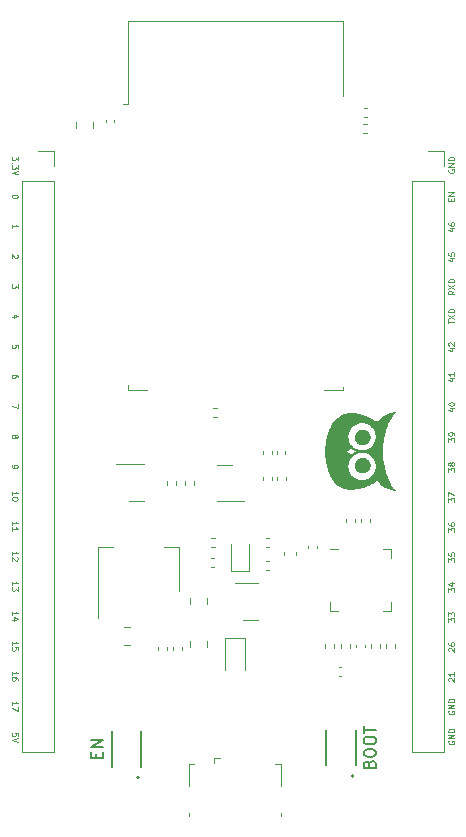
<source format=gbr>
%TF.GenerationSoftware,KiCad,Pcbnew,7.0.2*%
%TF.CreationDate,2023-06-11T23:23:12-04:00*%
%TF.ProjectId,SoftProject,536f6674-5072-46f6-9a65-63742e6b6963,rev?*%
%TF.SameCoordinates,Original*%
%TF.FileFunction,Legend,Top*%
%TF.FilePolarity,Positive*%
%FSLAX46Y46*%
G04 Gerber Fmt 4.6, Leading zero omitted, Abs format (unit mm)*
G04 Created by KiCad (PCBNEW 7.0.2) date 2023-06-11 23:23:12*
%MOMM*%
%LPD*%
G01*
G04 APERTURE LIST*
%ADD10C,0.125000*%
%ADD11C,0.200000*%
%ADD12C,0.120000*%
G04 APERTURE END LIST*
D10*
X112889476Y-70786666D02*
X113222809Y-70786666D01*
X112699000Y-70905714D02*
X113056142Y-71024761D01*
X113056142Y-71024761D02*
X113056142Y-70715238D01*
X112722809Y-70286667D02*
X112722809Y-70524762D01*
X112722809Y-70524762D02*
X112960904Y-70548571D01*
X112960904Y-70548571D02*
X112937095Y-70524762D01*
X112937095Y-70524762D02*
X112913285Y-70477143D01*
X112913285Y-70477143D02*
X112913285Y-70358095D01*
X112913285Y-70358095D02*
X112937095Y-70310476D01*
X112937095Y-70310476D02*
X112960904Y-70286667D01*
X112960904Y-70286667D02*
X113008523Y-70262857D01*
X113008523Y-70262857D02*
X113127571Y-70262857D01*
X113127571Y-70262857D02*
X113175190Y-70286667D01*
X113175190Y-70286667D02*
X113199000Y-70310476D01*
X113199000Y-70310476D02*
X113222809Y-70358095D01*
X113222809Y-70358095D02*
X113222809Y-70477143D01*
X113222809Y-70477143D02*
X113199000Y-70524762D01*
X113199000Y-70524762D02*
X113175190Y-70548571D01*
X76253190Y-78335142D02*
X76253190Y-78097047D01*
X76253190Y-78097047D02*
X76015095Y-78073238D01*
X76015095Y-78073238D02*
X76038904Y-78097047D01*
X76038904Y-78097047D02*
X76062714Y-78144666D01*
X76062714Y-78144666D02*
X76062714Y-78263714D01*
X76062714Y-78263714D02*
X76038904Y-78311333D01*
X76038904Y-78311333D02*
X76015095Y-78335142D01*
X76015095Y-78335142D02*
X75967476Y-78358952D01*
X75967476Y-78358952D02*
X75848428Y-78358952D01*
X75848428Y-78358952D02*
X75800809Y-78335142D01*
X75800809Y-78335142D02*
X75777000Y-78311333D01*
X75777000Y-78311333D02*
X75753190Y-78263714D01*
X75753190Y-78263714D02*
X75753190Y-78144666D01*
X75753190Y-78144666D02*
X75777000Y-78097047D01*
X75777000Y-78097047D02*
X75800809Y-78073238D01*
X76253190Y-83129428D02*
X76253190Y-83462761D01*
X76253190Y-83462761D02*
X75753190Y-83248476D01*
X112722809Y-88828571D02*
X112722809Y-88519047D01*
X112722809Y-88519047D02*
X112913285Y-88685714D01*
X112913285Y-88685714D02*
X112913285Y-88614285D01*
X112913285Y-88614285D02*
X112937095Y-88566666D01*
X112937095Y-88566666D02*
X112960904Y-88542857D01*
X112960904Y-88542857D02*
X113008523Y-88519047D01*
X113008523Y-88519047D02*
X113127571Y-88519047D01*
X113127571Y-88519047D02*
X113175190Y-88542857D01*
X113175190Y-88542857D02*
X113199000Y-88566666D01*
X113199000Y-88566666D02*
X113222809Y-88614285D01*
X113222809Y-88614285D02*
X113222809Y-88757142D01*
X113222809Y-88757142D02*
X113199000Y-88804761D01*
X113199000Y-88804761D02*
X113175190Y-88828571D01*
X112937095Y-88233333D02*
X112913285Y-88280952D01*
X112913285Y-88280952D02*
X112889476Y-88304762D01*
X112889476Y-88304762D02*
X112841857Y-88328571D01*
X112841857Y-88328571D02*
X112818047Y-88328571D01*
X112818047Y-88328571D02*
X112770428Y-88304762D01*
X112770428Y-88304762D02*
X112746619Y-88280952D01*
X112746619Y-88280952D02*
X112722809Y-88233333D01*
X112722809Y-88233333D02*
X112722809Y-88138095D01*
X112722809Y-88138095D02*
X112746619Y-88090476D01*
X112746619Y-88090476D02*
X112770428Y-88066667D01*
X112770428Y-88066667D02*
X112818047Y-88042857D01*
X112818047Y-88042857D02*
X112841857Y-88042857D01*
X112841857Y-88042857D02*
X112889476Y-88066667D01*
X112889476Y-88066667D02*
X112913285Y-88090476D01*
X112913285Y-88090476D02*
X112937095Y-88138095D01*
X112937095Y-88138095D02*
X112937095Y-88233333D01*
X112937095Y-88233333D02*
X112960904Y-88280952D01*
X112960904Y-88280952D02*
X112984714Y-88304762D01*
X112984714Y-88304762D02*
X113032333Y-88328571D01*
X113032333Y-88328571D02*
X113127571Y-88328571D01*
X113127571Y-88328571D02*
X113175190Y-88304762D01*
X113175190Y-88304762D02*
X113199000Y-88280952D01*
X113199000Y-88280952D02*
X113222809Y-88233333D01*
X113222809Y-88233333D02*
X113222809Y-88138095D01*
X113222809Y-88138095D02*
X113199000Y-88090476D01*
X113199000Y-88090476D02*
X113175190Y-88066667D01*
X113175190Y-88066667D02*
X113127571Y-88042857D01*
X113127571Y-88042857D02*
X113032333Y-88042857D01*
X113032333Y-88042857D02*
X112984714Y-88066667D01*
X112984714Y-88066667D02*
X112960904Y-88090476D01*
X112960904Y-88090476D02*
X112937095Y-88138095D01*
X75753190Y-108584952D02*
X75753190Y-108299238D01*
X75753190Y-108442095D02*
X76253190Y-108442095D01*
X76253190Y-108442095D02*
X76181761Y-108394476D01*
X76181761Y-108394476D02*
X76134142Y-108346857D01*
X76134142Y-108346857D02*
X76110333Y-108299238D01*
X76253190Y-108751618D02*
X76253190Y-109084951D01*
X76253190Y-109084951D02*
X75753190Y-108870666D01*
X76205571Y-70453238D02*
X76229380Y-70477047D01*
X76229380Y-70477047D02*
X76253190Y-70524666D01*
X76253190Y-70524666D02*
X76253190Y-70643714D01*
X76253190Y-70643714D02*
X76229380Y-70691333D01*
X76229380Y-70691333D02*
X76205571Y-70715142D01*
X76205571Y-70715142D02*
X76157952Y-70738952D01*
X76157952Y-70738952D02*
X76110333Y-70738952D01*
X76110333Y-70738952D02*
X76038904Y-70715142D01*
X76038904Y-70715142D02*
X75753190Y-70429428D01*
X75753190Y-70429428D02*
X75753190Y-70738952D01*
X75753190Y-95884952D02*
X75753190Y-95599238D01*
X75753190Y-95742095D02*
X76253190Y-95742095D01*
X76253190Y-95742095D02*
X76181761Y-95694476D01*
X76181761Y-95694476D02*
X76134142Y-95646857D01*
X76134142Y-95646857D02*
X76110333Y-95599238D01*
X76205571Y-96075428D02*
X76229380Y-96099237D01*
X76229380Y-96099237D02*
X76253190Y-96146856D01*
X76253190Y-96146856D02*
X76253190Y-96265904D01*
X76253190Y-96265904D02*
X76229380Y-96313523D01*
X76229380Y-96313523D02*
X76205571Y-96337332D01*
X76205571Y-96337332D02*
X76157952Y-96361142D01*
X76157952Y-96361142D02*
X76110333Y-96361142D01*
X76110333Y-96361142D02*
X76038904Y-96337332D01*
X76038904Y-96337332D02*
X75753190Y-96051618D01*
X75753190Y-96051618D02*
X75753190Y-96361142D01*
X112770428Y-104044761D02*
X112746619Y-104020952D01*
X112746619Y-104020952D02*
X112722809Y-103973333D01*
X112722809Y-103973333D02*
X112722809Y-103854285D01*
X112722809Y-103854285D02*
X112746619Y-103806666D01*
X112746619Y-103806666D02*
X112770428Y-103782857D01*
X112770428Y-103782857D02*
X112818047Y-103759047D01*
X112818047Y-103759047D02*
X112865666Y-103759047D01*
X112865666Y-103759047D02*
X112937095Y-103782857D01*
X112937095Y-103782857D02*
X113222809Y-104068571D01*
X113222809Y-104068571D02*
X113222809Y-103759047D01*
X112722809Y-103330476D02*
X112722809Y-103425714D01*
X112722809Y-103425714D02*
X112746619Y-103473333D01*
X112746619Y-103473333D02*
X112770428Y-103497143D01*
X112770428Y-103497143D02*
X112841857Y-103544762D01*
X112841857Y-103544762D02*
X112937095Y-103568571D01*
X112937095Y-103568571D02*
X113127571Y-103568571D01*
X113127571Y-103568571D02*
X113175190Y-103544762D01*
X113175190Y-103544762D02*
X113199000Y-103520952D01*
X113199000Y-103520952D02*
X113222809Y-103473333D01*
X113222809Y-103473333D02*
X113222809Y-103378095D01*
X113222809Y-103378095D02*
X113199000Y-103330476D01*
X113199000Y-103330476D02*
X113175190Y-103306667D01*
X113175190Y-103306667D02*
X113127571Y-103282857D01*
X113127571Y-103282857D02*
X113008523Y-103282857D01*
X113008523Y-103282857D02*
X112960904Y-103306667D01*
X112960904Y-103306667D02*
X112937095Y-103330476D01*
X112937095Y-103330476D02*
X112913285Y-103378095D01*
X112913285Y-103378095D02*
X112913285Y-103473333D01*
X112913285Y-103473333D02*
X112937095Y-103520952D01*
X112937095Y-103520952D02*
X112960904Y-103544762D01*
X112960904Y-103544762D02*
X113008523Y-103568571D01*
X112722809Y-93908571D02*
X112722809Y-93599047D01*
X112722809Y-93599047D02*
X112913285Y-93765714D01*
X112913285Y-93765714D02*
X112913285Y-93694285D01*
X112913285Y-93694285D02*
X112937095Y-93646666D01*
X112937095Y-93646666D02*
X112960904Y-93622857D01*
X112960904Y-93622857D02*
X113008523Y-93599047D01*
X113008523Y-93599047D02*
X113127571Y-93599047D01*
X113127571Y-93599047D02*
X113175190Y-93622857D01*
X113175190Y-93622857D02*
X113199000Y-93646666D01*
X113199000Y-93646666D02*
X113222809Y-93694285D01*
X113222809Y-93694285D02*
X113222809Y-93837142D01*
X113222809Y-93837142D02*
X113199000Y-93884761D01*
X113199000Y-93884761D02*
X113175190Y-93908571D01*
X112722809Y-93170476D02*
X112722809Y-93265714D01*
X112722809Y-93265714D02*
X112746619Y-93313333D01*
X112746619Y-93313333D02*
X112770428Y-93337143D01*
X112770428Y-93337143D02*
X112841857Y-93384762D01*
X112841857Y-93384762D02*
X112937095Y-93408571D01*
X112937095Y-93408571D02*
X113127571Y-93408571D01*
X113127571Y-93408571D02*
X113175190Y-93384762D01*
X113175190Y-93384762D02*
X113199000Y-93360952D01*
X113199000Y-93360952D02*
X113222809Y-93313333D01*
X113222809Y-93313333D02*
X113222809Y-93218095D01*
X113222809Y-93218095D02*
X113199000Y-93170476D01*
X113199000Y-93170476D02*
X113175190Y-93146667D01*
X113175190Y-93146667D02*
X113127571Y-93122857D01*
X113127571Y-93122857D02*
X113008523Y-93122857D01*
X113008523Y-93122857D02*
X112960904Y-93146667D01*
X112960904Y-93146667D02*
X112937095Y-93170476D01*
X112937095Y-93170476D02*
X112913285Y-93218095D01*
X112913285Y-93218095D02*
X112913285Y-93313333D01*
X112913285Y-93313333D02*
X112937095Y-93360952D01*
X112937095Y-93360952D02*
X112960904Y-93384762D01*
X112960904Y-93384762D02*
X113008523Y-93408571D01*
X112889476Y-68246666D02*
X113222809Y-68246666D01*
X112699000Y-68365714D02*
X113056142Y-68484761D01*
X113056142Y-68484761D02*
X113056142Y-68175238D01*
X112722809Y-67770476D02*
X112722809Y-67865714D01*
X112722809Y-67865714D02*
X112746619Y-67913333D01*
X112746619Y-67913333D02*
X112770428Y-67937143D01*
X112770428Y-67937143D02*
X112841857Y-67984762D01*
X112841857Y-67984762D02*
X112937095Y-68008571D01*
X112937095Y-68008571D02*
X113127571Y-68008571D01*
X113127571Y-68008571D02*
X113175190Y-67984762D01*
X113175190Y-67984762D02*
X113199000Y-67960952D01*
X113199000Y-67960952D02*
X113222809Y-67913333D01*
X113222809Y-67913333D02*
X113222809Y-67818095D01*
X113222809Y-67818095D02*
X113199000Y-67770476D01*
X113199000Y-67770476D02*
X113175190Y-67746667D01*
X113175190Y-67746667D02*
X113127571Y-67722857D01*
X113127571Y-67722857D02*
X113008523Y-67722857D01*
X113008523Y-67722857D02*
X112960904Y-67746667D01*
X112960904Y-67746667D02*
X112937095Y-67770476D01*
X112937095Y-67770476D02*
X112913285Y-67818095D01*
X112913285Y-67818095D02*
X112913285Y-67913333D01*
X112913285Y-67913333D02*
X112937095Y-67960952D01*
X112937095Y-67960952D02*
X112960904Y-67984762D01*
X112960904Y-67984762D02*
X113008523Y-68008571D01*
X112889476Y-78406666D02*
X113222809Y-78406666D01*
X112699000Y-78525714D02*
X113056142Y-78644761D01*
X113056142Y-78644761D02*
X113056142Y-78335238D01*
X112770428Y-78168571D02*
X112746619Y-78144762D01*
X112746619Y-78144762D02*
X112722809Y-78097143D01*
X112722809Y-78097143D02*
X112722809Y-77978095D01*
X112722809Y-77978095D02*
X112746619Y-77930476D01*
X112746619Y-77930476D02*
X112770428Y-77906667D01*
X112770428Y-77906667D02*
X112818047Y-77882857D01*
X112818047Y-77882857D02*
X112865666Y-77882857D01*
X112865666Y-77882857D02*
X112937095Y-77906667D01*
X112937095Y-77906667D02*
X113222809Y-78192381D01*
X113222809Y-78192381D02*
X113222809Y-77882857D01*
X112746619Y-111633047D02*
X112722809Y-111680666D01*
X112722809Y-111680666D02*
X112722809Y-111752095D01*
X112722809Y-111752095D02*
X112746619Y-111823523D01*
X112746619Y-111823523D02*
X112794238Y-111871142D01*
X112794238Y-111871142D02*
X112841857Y-111894952D01*
X112841857Y-111894952D02*
X112937095Y-111918761D01*
X112937095Y-111918761D02*
X113008523Y-111918761D01*
X113008523Y-111918761D02*
X113103761Y-111894952D01*
X113103761Y-111894952D02*
X113151380Y-111871142D01*
X113151380Y-111871142D02*
X113199000Y-111823523D01*
X113199000Y-111823523D02*
X113222809Y-111752095D01*
X113222809Y-111752095D02*
X113222809Y-111704476D01*
X113222809Y-111704476D02*
X113199000Y-111633047D01*
X113199000Y-111633047D02*
X113175190Y-111609238D01*
X113175190Y-111609238D02*
X113008523Y-111609238D01*
X113008523Y-111609238D02*
X113008523Y-111704476D01*
X113222809Y-111394952D02*
X112722809Y-111394952D01*
X112722809Y-111394952D02*
X113222809Y-111109238D01*
X113222809Y-111109238D02*
X112722809Y-111109238D01*
X113222809Y-110871142D02*
X112722809Y-110871142D01*
X112722809Y-110871142D02*
X112722809Y-110752094D01*
X112722809Y-110752094D02*
X112746619Y-110680666D01*
X112746619Y-110680666D02*
X112794238Y-110633047D01*
X112794238Y-110633047D02*
X112841857Y-110609237D01*
X112841857Y-110609237D02*
X112937095Y-110585428D01*
X112937095Y-110585428D02*
X113008523Y-110585428D01*
X113008523Y-110585428D02*
X113103761Y-110609237D01*
X113103761Y-110609237D02*
X113151380Y-110633047D01*
X113151380Y-110633047D02*
X113199000Y-110680666D01*
X113199000Y-110680666D02*
X113222809Y-110752094D01*
X113222809Y-110752094D02*
X113222809Y-110871142D01*
X112889476Y-80946666D02*
X113222809Y-80946666D01*
X112699000Y-81065714D02*
X113056142Y-81184761D01*
X113056142Y-81184761D02*
X113056142Y-80875238D01*
X113222809Y-80422857D02*
X113222809Y-80708571D01*
X113222809Y-80565714D02*
X112722809Y-80565714D01*
X112722809Y-80565714D02*
X112794238Y-80613333D01*
X112794238Y-80613333D02*
X112841857Y-80660952D01*
X112841857Y-80660952D02*
X112865666Y-80708571D01*
X75753190Y-90804952D02*
X75753190Y-90519238D01*
X75753190Y-90662095D02*
X76253190Y-90662095D01*
X76253190Y-90662095D02*
X76181761Y-90614476D01*
X76181761Y-90614476D02*
X76134142Y-90566857D01*
X76134142Y-90566857D02*
X76110333Y-90519238D01*
X76253190Y-91114475D02*
X76253190Y-91162094D01*
X76253190Y-91162094D02*
X76229380Y-91209713D01*
X76229380Y-91209713D02*
X76205571Y-91233523D01*
X76205571Y-91233523D02*
X76157952Y-91257332D01*
X76157952Y-91257332D02*
X76062714Y-91281142D01*
X76062714Y-91281142D02*
X75943666Y-91281142D01*
X75943666Y-91281142D02*
X75848428Y-91257332D01*
X75848428Y-91257332D02*
X75800809Y-91233523D01*
X75800809Y-91233523D02*
X75777000Y-91209713D01*
X75777000Y-91209713D02*
X75753190Y-91162094D01*
X75753190Y-91162094D02*
X75753190Y-91114475D01*
X75753190Y-91114475D02*
X75777000Y-91066856D01*
X75777000Y-91066856D02*
X75800809Y-91043047D01*
X75800809Y-91043047D02*
X75848428Y-91019237D01*
X75848428Y-91019237D02*
X75943666Y-90995428D01*
X75943666Y-90995428D02*
X76062714Y-90995428D01*
X76062714Y-90995428D02*
X76157952Y-91019237D01*
X76157952Y-91019237D02*
X76205571Y-91043047D01*
X76205571Y-91043047D02*
X76229380Y-91066856D01*
X76229380Y-91066856D02*
X76253190Y-91114475D01*
X112722809Y-86288571D02*
X112722809Y-85979047D01*
X112722809Y-85979047D02*
X112913285Y-86145714D01*
X112913285Y-86145714D02*
X112913285Y-86074285D01*
X112913285Y-86074285D02*
X112937095Y-86026666D01*
X112937095Y-86026666D02*
X112960904Y-86002857D01*
X112960904Y-86002857D02*
X113008523Y-85979047D01*
X113008523Y-85979047D02*
X113127571Y-85979047D01*
X113127571Y-85979047D02*
X113175190Y-86002857D01*
X113175190Y-86002857D02*
X113199000Y-86026666D01*
X113199000Y-86026666D02*
X113222809Y-86074285D01*
X113222809Y-86074285D02*
X113222809Y-86217142D01*
X113222809Y-86217142D02*
X113199000Y-86264761D01*
X113199000Y-86264761D02*
X113175190Y-86288571D01*
X113222809Y-85740952D02*
X113222809Y-85645714D01*
X113222809Y-85645714D02*
X113199000Y-85598095D01*
X113199000Y-85598095D02*
X113175190Y-85574286D01*
X113175190Y-85574286D02*
X113103761Y-85526667D01*
X113103761Y-85526667D02*
X113008523Y-85502857D01*
X113008523Y-85502857D02*
X112818047Y-85502857D01*
X112818047Y-85502857D02*
X112770428Y-85526667D01*
X112770428Y-85526667D02*
X112746619Y-85550476D01*
X112746619Y-85550476D02*
X112722809Y-85598095D01*
X112722809Y-85598095D02*
X112722809Y-85693333D01*
X112722809Y-85693333D02*
X112746619Y-85740952D01*
X112746619Y-85740952D02*
X112770428Y-85764762D01*
X112770428Y-85764762D02*
X112818047Y-85788571D01*
X112818047Y-85788571D02*
X112937095Y-85788571D01*
X112937095Y-85788571D02*
X112984714Y-85764762D01*
X112984714Y-85764762D02*
X113008523Y-85740952D01*
X113008523Y-85740952D02*
X113032333Y-85693333D01*
X113032333Y-85693333D02*
X113032333Y-85598095D01*
X113032333Y-85598095D02*
X113008523Y-85550476D01*
X113008523Y-85550476D02*
X112984714Y-85526667D01*
X112984714Y-85526667D02*
X112937095Y-85502857D01*
X113222809Y-73509238D02*
X112984714Y-73675904D01*
X113222809Y-73794952D02*
X112722809Y-73794952D01*
X112722809Y-73794952D02*
X112722809Y-73604476D01*
X112722809Y-73604476D02*
X112746619Y-73556857D01*
X112746619Y-73556857D02*
X112770428Y-73533047D01*
X112770428Y-73533047D02*
X112818047Y-73509238D01*
X112818047Y-73509238D02*
X112889476Y-73509238D01*
X112889476Y-73509238D02*
X112937095Y-73533047D01*
X112937095Y-73533047D02*
X112960904Y-73556857D01*
X112960904Y-73556857D02*
X112984714Y-73604476D01*
X112984714Y-73604476D02*
X112984714Y-73794952D01*
X112722809Y-73342571D02*
X113222809Y-73009238D01*
X112722809Y-73009238D02*
X113222809Y-73342571D01*
X113222809Y-72818762D02*
X112722809Y-72818762D01*
X112722809Y-72818762D02*
X112722809Y-72699714D01*
X112722809Y-72699714D02*
X112746619Y-72628286D01*
X112746619Y-72628286D02*
X112794238Y-72580667D01*
X112794238Y-72580667D02*
X112841857Y-72556857D01*
X112841857Y-72556857D02*
X112937095Y-72533048D01*
X112937095Y-72533048D02*
X113008523Y-72533048D01*
X113008523Y-72533048D02*
X113103761Y-72556857D01*
X113103761Y-72556857D02*
X113151380Y-72580667D01*
X113151380Y-72580667D02*
X113199000Y-72628286D01*
X113199000Y-72628286D02*
X113222809Y-72699714D01*
X113222809Y-72699714D02*
X113222809Y-72818762D01*
X112722809Y-96448571D02*
X112722809Y-96139047D01*
X112722809Y-96139047D02*
X112913285Y-96305714D01*
X112913285Y-96305714D02*
X112913285Y-96234285D01*
X112913285Y-96234285D02*
X112937095Y-96186666D01*
X112937095Y-96186666D02*
X112960904Y-96162857D01*
X112960904Y-96162857D02*
X113008523Y-96139047D01*
X113008523Y-96139047D02*
X113127571Y-96139047D01*
X113127571Y-96139047D02*
X113175190Y-96162857D01*
X113175190Y-96162857D02*
X113199000Y-96186666D01*
X113199000Y-96186666D02*
X113222809Y-96234285D01*
X113222809Y-96234285D02*
X113222809Y-96377142D01*
X113222809Y-96377142D02*
X113199000Y-96424761D01*
X113199000Y-96424761D02*
X113175190Y-96448571D01*
X112722809Y-95686667D02*
X112722809Y-95924762D01*
X112722809Y-95924762D02*
X112960904Y-95948571D01*
X112960904Y-95948571D02*
X112937095Y-95924762D01*
X112937095Y-95924762D02*
X112913285Y-95877143D01*
X112913285Y-95877143D02*
X112913285Y-95758095D01*
X112913285Y-95758095D02*
X112937095Y-95710476D01*
X112937095Y-95710476D02*
X112960904Y-95686667D01*
X112960904Y-95686667D02*
X113008523Y-95662857D01*
X113008523Y-95662857D02*
X113127571Y-95662857D01*
X113127571Y-95662857D02*
X113175190Y-95686667D01*
X113175190Y-95686667D02*
X113199000Y-95710476D01*
X113199000Y-95710476D02*
X113222809Y-95758095D01*
X113222809Y-95758095D02*
X113222809Y-95877143D01*
X113222809Y-95877143D02*
X113199000Y-95924762D01*
X113199000Y-95924762D02*
X113175190Y-95948571D01*
X75753190Y-68198952D02*
X75753190Y-67913238D01*
X75753190Y-68056095D02*
X76253190Y-68056095D01*
X76253190Y-68056095D02*
X76181761Y-68008476D01*
X76181761Y-68008476D02*
X76134142Y-67960857D01*
X76134142Y-67960857D02*
X76110333Y-67913238D01*
X76253190Y-62174428D02*
X76253190Y-62483952D01*
X76253190Y-62483952D02*
X76062714Y-62317285D01*
X76062714Y-62317285D02*
X76062714Y-62388714D01*
X76062714Y-62388714D02*
X76038904Y-62436333D01*
X76038904Y-62436333D02*
X76015095Y-62460142D01*
X76015095Y-62460142D02*
X75967476Y-62483952D01*
X75967476Y-62483952D02*
X75848428Y-62483952D01*
X75848428Y-62483952D02*
X75800809Y-62460142D01*
X75800809Y-62460142D02*
X75777000Y-62436333D01*
X75777000Y-62436333D02*
X75753190Y-62388714D01*
X75753190Y-62388714D02*
X75753190Y-62245857D01*
X75753190Y-62245857D02*
X75777000Y-62198238D01*
X75777000Y-62198238D02*
X75800809Y-62174428D01*
X75800809Y-62698237D02*
X75777000Y-62722047D01*
X75777000Y-62722047D02*
X75753190Y-62698237D01*
X75753190Y-62698237D02*
X75777000Y-62674428D01*
X75777000Y-62674428D02*
X75800809Y-62698237D01*
X75800809Y-62698237D02*
X75753190Y-62698237D01*
X76253190Y-62888713D02*
X76253190Y-63198237D01*
X76253190Y-63198237D02*
X76062714Y-63031570D01*
X76062714Y-63031570D02*
X76062714Y-63102999D01*
X76062714Y-63102999D02*
X76038904Y-63150618D01*
X76038904Y-63150618D02*
X76015095Y-63174427D01*
X76015095Y-63174427D02*
X75967476Y-63198237D01*
X75967476Y-63198237D02*
X75848428Y-63198237D01*
X75848428Y-63198237D02*
X75800809Y-63174427D01*
X75800809Y-63174427D02*
X75777000Y-63150618D01*
X75777000Y-63150618D02*
X75753190Y-63102999D01*
X75753190Y-63102999D02*
X75753190Y-62960142D01*
X75753190Y-62960142D02*
X75777000Y-62912523D01*
X75777000Y-62912523D02*
X75800809Y-62888713D01*
X76253190Y-63341094D02*
X75753190Y-63507760D01*
X75753190Y-63507760D02*
X76253190Y-63674427D01*
X112722809Y-101528571D02*
X112722809Y-101219047D01*
X112722809Y-101219047D02*
X112913285Y-101385714D01*
X112913285Y-101385714D02*
X112913285Y-101314285D01*
X112913285Y-101314285D02*
X112937095Y-101266666D01*
X112937095Y-101266666D02*
X112960904Y-101242857D01*
X112960904Y-101242857D02*
X113008523Y-101219047D01*
X113008523Y-101219047D02*
X113127571Y-101219047D01*
X113127571Y-101219047D02*
X113175190Y-101242857D01*
X113175190Y-101242857D02*
X113199000Y-101266666D01*
X113199000Y-101266666D02*
X113222809Y-101314285D01*
X113222809Y-101314285D02*
X113222809Y-101457142D01*
X113222809Y-101457142D02*
X113199000Y-101504761D01*
X113199000Y-101504761D02*
X113175190Y-101528571D01*
X112722809Y-101052381D02*
X112722809Y-100742857D01*
X112722809Y-100742857D02*
X112913285Y-100909524D01*
X112913285Y-100909524D02*
X112913285Y-100838095D01*
X112913285Y-100838095D02*
X112937095Y-100790476D01*
X112937095Y-100790476D02*
X112960904Y-100766667D01*
X112960904Y-100766667D02*
X113008523Y-100742857D01*
X113008523Y-100742857D02*
X113127571Y-100742857D01*
X113127571Y-100742857D02*
X113175190Y-100766667D01*
X113175190Y-100766667D02*
X113199000Y-100790476D01*
X113199000Y-100790476D02*
X113222809Y-100838095D01*
X113222809Y-100838095D02*
X113222809Y-100980952D01*
X113222809Y-100980952D02*
X113199000Y-101028571D01*
X113199000Y-101028571D02*
X113175190Y-101052381D01*
X76253190Y-65492285D02*
X76253190Y-65539904D01*
X76253190Y-65539904D02*
X76229380Y-65587523D01*
X76229380Y-65587523D02*
X76205571Y-65611333D01*
X76205571Y-65611333D02*
X76157952Y-65635142D01*
X76157952Y-65635142D02*
X76062714Y-65658952D01*
X76062714Y-65658952D02*
X75943666Y-65658952D01*
X75943666Y-65658952D02*
X75848428Y-65635142D01*
X75848428Y-65635142D02*
X75800809Y-65611333D01*
X75800809Y-65611333D02*
X75777000Y-65587523D01*
X75777000Y-65587523D02*
X75753190Y-65539904D01*
X75753190Y-65539904D02*
X75753190Y-65492285D01*
X75753190Y-65492285D02*
X75777000Y-65444666D01*
X75777000Y-65444666D02*
X75800809Y-65420857D01*
X75800809Y-65420857D02*
X75848428Y-65397047D01*
X75848428Y-65397047D02*
X75943666Y-65373238D01*
X75943666Y-65373238D02*
X76062714Y-65373238D01*
X76062714Y-65373238D02*
X76157952Y-65397047D01*
X76157952Y-65397047D02*
X76205571Y-65420857D01*
X76205571Y-65420857D02*
X76229380Y-65444666D01*
X76229380Y-65444666D02*
X76253190Y-65492285D01*
X112746619Y-109093047D02*
X112722809Y-109140666D01*
X112722809Y-109140666D02*
X112722809Y-109212095D01*
X112722809Y-109212095D02*
X112746619Y-109283523D01*
X112746619Y-109283523D02*
X112794238Y-109331142D01*
X112794238Y-109331142D02*
X112841857Y-109354952D01*
X112841857Y-109354952D02*
X112937095Y-109378761D01*
X112937095Y-109378761D02*
X113008523Y-109378761D01*
X113008523Y-109378761D02*
X113103761Y-109354952D01*
X113103761Y-109354952D02*
X113151380Y-109331142D01*
X113151380Y-109331142D02*
X113199000Y-109283523D01*
X113199000Y-109283523D02*
X113222809Y-109212095D01*
X113222809Y-109212095D02*
X113222809Y-109164476D01*
X113222809Y-109164476D02*
X113199000Y-109093047D01*
X113199000Y-109093047D02*
X113175190Y-109069238D01*
X113175190Y-109069238D02*
X113008523Y-109069238D01*
X113008523Y-109069238D02*
X113008523Y-109164476D01*
X113222809Y-108854952D02*
X112722809Y-108854952D01*
X112722809Y-108854952D02*
X113222809Y-108569238D01*
X113222809Y-108569238D02*
X112722809Y-108569238D01*
X113222809Y-108331142D02*
X112722809Y-108331142D01*
X112722809Y-108331142D02*
X112722809Y-108212094D01*
X112722809Y-108212094D02*
X112746619Y-108140666D01*
X112746619Y-108140666D02*
X112794238Y-108093047D01*
X112794238Y-108093047D02*
X112841857Y-108069237D01*
X112841857Y-108069237D02*
X112937095Y-108045428D01*
X112937095Y-108045428D02*
X113008523Y-108045428D01*
X113008523Y-108045428D02*
X113103761Y-108069237D01*
X113103761Y-108069237D02*
X113151380Y-108093047D01*
X113151380Y-108093047D02*
X113199000Y-108140666D01*
X113199000Y-108140666D02*
X113222809Y-108212094D01*
X113222809Y-108212094D02*
X113222809Y-108331142D01*
X112960904Y-65920952D02*
X112960904Y-65754285D01*
X113222809Y-65682857D02*
X113222809Y-65920952D01*
X113222809Y-65920952D02*
X112722809Y-65920952D01*
X112722809Y-65920952D02*
X112722809Y-65682857D01*
X113222809Y-65468571D02*
X112722809Y-65468571D01*
X112722809Y-65468571D02*
X113222809Y-65182857D01*
X113222809Y-65182857D02*
X112722809Y-65182857D01*
X75753190Y-106044952D02*
X75753190Y-105759238D01*
X75753190Y-105902095D02*
X76253190Y-105902095D01*
X76253190Y-105902095D02*
X76181761Y-105854476D01*
X76181761Y-105854476D02*
X76134142Y-105806857D01*
X76134142Y-105806857D02*
X76110333Y-105759238D01*
X76253190Y-106473523D02*
X76253190Y-106378285D01*
X76253190Y-106378285D02*
X76229380Y-106330666D01*
X76229380Y-106330666D02*
X76205571Y-106306856D01*
X76205571Y-106306856D02*
X76134142Y-106259237D01*
X76134142Y-106259237D02*
X76038904Y-106235428D01*
X76038904Y-106235428D02*
X75848428Y-106235428D01*
X75848428Y-106235428D02*
X75800809Y-106259237D01*
X75800809Y-106259237D02*
X75777000Y-106283047D01*
X75777000Y-106283047D02*
X75753190Y-106330666D01*
X75753190Y-106330666D02*
X75753190Y-106425904D01*
X75753190Y-106425904D02*
X75777000Y-106473523D01*
X75777000Y-106473523D02*
X75800809Y-106497332D01*
X75800809Y-106497332D02*
X75848428Y-106521142D01*
X75848428Y-106521142D02*
X75967476Y-106521142D01*
X75967476Y-106521142D02*
X76015095Y-106497332D01*
X76015095Y-106497332D02*
X76038904Y-106473523D01*
X76038904Y-106473523D02*
X76062714Y-106425904D01*
X76062714Y-106425904D02*
X76062714Y-106330666D01*
X76062714Y-106330666D02*
X76038904Y-106283047D01*
X76038904Y-106283047D02*
X76015095Y-106259237D01*
X76015095Y-106259237D02*
X75967476Y-106235428D01*
X76253190Y-80851333D02*
X76253190Y-80756095D01*
X76253190Y-80756095D02*
X76229380Y-80708476D01*
X76229380Y-80708476D02*
X76205571Y-80684666D01*
X76205571Y-80684666D02*
X76134142Y-80637047D01*
X76134142Y-80637047D02*
X76038904Y-80613238D01*
X76038904Y-80613238D02*
X75848428Y-80613238D01*
X75848428Y-80613238D02*
X75800809Y-80637047D01*
X75800809Y-80637047D02*
X75777000Y-80660857D01*
X75777000Y-80660857D02*
X75753190Y-80708476D01*
X75753190Y-80708476D02*
X75753190Y-80803714D01*
X75753190Y-80803714D02*
X75777000Y-80851333D01*
X75777000Y-80851333D02*
X75800809Y-80875142D01*
X75800809Y-80875142D02*
X75848428Y-80898952D01*
X75848428Y-80898952D02*
X75967476Y-80898952D01*
X75967476Y-80898952D02*
X76015095Y-80875142D01*
X76015095Y-80875142D02*
X76038904Y-80851333D01*
X76038904Y-80851333D02*
X76062714Y-80803714D01*
X76062714Y-80803714D02*
X76062714Y-80708476D01*
X76062714Y-80708476D02*
X76038904Y-80660857D01*
X76038904Y-80660857D02*
X76015095Y-80637047D01*
X76015095Y-80637047D02*
X75967476Y-80613238D01*
X76086523Y-75771333D02*
X75753190Y-75771333D01*
X76277000Y-75652285D02*
X75919857Y-75533238D01*
X75919857Y-75533238D02*
X75919857Y-75842761D01*
X112889476Y-83486666D02*
X113222809Y-83486666D01*
X112699000Y-83605714D02*
X113056142Y-83724761D01*
X113056142Y-83724761D02*
X113056142Y-83415238D01*
X112722809Y-83129524D02*
X112722809Y-83081905D01*
X112722809Y-83081905D02*
X112746619Y-83034286D01*
X112746619Y-83034286D02*
X112770428Y-83010476D01*
X112770428Y-83010476D02*
X112818047Y-82986667D01*
X112818047Y-82986667D02*
X112913285Y-82962857D01*
X112913285Y-82962857D02*
X113032333Y-82962857D01*
X113032333Y-82962857D02*
X113127571Y-82986667D01*
X113127571Y-82986667D02*
X113175190Y-83010476D01*
X113175190Y-83010476D02*
X113199000Y-83034286D01*
X113199000Y-83034286D02*
X113222809Y-83081905D01*
X113222809Y-83081905D02*
X113222809Y-83129524D01*
X113222809Y-83129524D02*
X113199000Y-83177143D01*
X113199000Y-83177143D02*
X113175190Y-83200952D01*
X113175190Y-83200952D02*
X113127571Y-83224762D01*
X113127571Y-83224762D02*
X113032333Y-83248571D01*
X113032333Y-83248571D02*
X112913285Y-83248571D01*
X112913285Y-83248571D02*
X112818047Y-83224762D01*
X112818047Y-83224762D02*
X112770428Y-83200952D01*
X112770428Y-83200952D02*
X112746619Y-83177143D01*
X112746619Y-83177143D02*
X112722809Y-83129524D01*
X76253190Y-72969428D02*
X76253190Y-73278952D01*
X76253190Y-73278952D02*
X76062714Y-73112285D01*
X76062714Y-73112285D02*
X76062714Y-73183714D01*
X76062714Y-73183714D02*
X76038904Y-73231333D01*
X76038904Y-73231333D02*
X76015095Y-73255142D01*
X76015095Y-73255142D02*
X75967476Y-73278952D01*
X75967476Y-73278952D02*
X75848428Y-73278952D01*
X75848428Y-73278952D02*
X75800809Y-73255142D01*
X75800809Y-73255142D02*
X75777000Y-73231333D01*
X75777000Y-73231333D02*
X75753190Y-73183714D01*
X75753190Y-73183714D02*
X75753190Y-73040857D01*
X75753190Y-73040857D02*
X75777000Y-72993238D01*
X75777000Y-72993238D02*
X75800809Y-72969428D01*
X112746619Y-63246047D02*
X112722809Y-63293666D01*
X112722809Y-63293666D02*
X112722809Y-63365095D01*
X112722809Y-63365095D02*
X112746619Y-63436523D01*
X112746619Y-63436523D02*
X112794238Y-63484142D01*
X112794238Y-63484142D02*
X112841857Y-63507952D01*
X112841857Y-63507952D02*
X112937095Y-63531761D01*
X112937095Y-63531761D02*
X113008523Y-63531761D01*
X113008523Y-63531761D02*
X113103761Y-63507952D01*
X113103761Y-63507952D02*
X113151380Y-63484142D01*
X113151380Y-63484142D02*
X113199000Y-63436523D01*
X113199000Y-63436523D02*
X113222809Y-63365095D01*
X113222809Y-63365095D02*
X113222809Y-63317476D01*
X113222809Y-63317476D02*
X113199000Y-63246047D01*
X113199000Y-63246047D02*
X113175190Y-63222238D01*
X113175190Y-63222238D02*
X113008523Y-63222238D01*
X113008523Y-63222238D02*
X113008523Y-63317476D01*
X113222809Y-63007952D02*
X112722809Y-63007952D01*
X112722809Y-63007952D02*
X113222809Y-62722238D01*
X113222809Y-62722238D02*
X112722809Y-62722238D01*
X113222809Y-62484142D02*
X112722809Y-62484142D01*
X112722809Y-62484142D02*
X112722809Y-62365094D01*
X112722809Y-62365094D02*
X112746619Y-62293666D01*
X112746619Y-62293666D02*
X112794238Y-62246047D01*
X112794238Y-62246047D02*
X112841857Y-62222237D01*
X112841857Y-62222237D02*
X112937095Y-62198428D01*
X112937095Y-62198428D02*
X113008523Y-62198428D01*
X113008523Y-62198428D02*
X113103761Y-62222237D01*
X113103761Y-62222237D02*
X113151380Y-62246047D01*
X113151380Y-62246047D02*
X113199000Y-62293666D01*
X113199000Y-62293666D02*
X113222809Y-62365094D01*
X113222809Y-62365094D02*
X113222809Y-62484142D01*
X112722809Y-91368571D02*
X112722809Y-91059047D01*
X112722809Y-91059047D02*
X112913285Y-91225714D01*
X112913285Y-91225714D02*
X112913285Y-91154285D01*
X112913285Y-91154285D02*
X112937095Y-91106666D01*
X112937095Y-91106666D02*
X112960904Y-91082857D01*
X112960904Y-91082857D02*
X113008523Y-91059047D01*
X113008523Y-91059047D02*
X113127571Y-91059047D01*
X113127571Y-91059047D02*
X113175190Y-91082857D01*
X113175190Y-91082857D02*
X113199000Y-91106666D01*
X113199000Y-91106666D02*
X113222809Y-91154285D01*
X113222809Y-91154285D02*
X113222809Y-91297142D01*
X113222809Y-91297142D02*
X113199000Y-91344761D01*
X113199000Y-91344761D02*
X113175190Y-91368571D01*
X112722809Y-90892381D02*
X112722809Y-90559048D01*
X112722809Y-90559048D02*
X113222809Y-90773333D01*
X75753190Y-93344952D02*
X75753190Y-93059238D01*
X75753190Y-93202095D02*
X76253190Y-93202095D01*
X76253190Y-93202095D02*
X76181761Y-93154476D01*
X76181761Y-93154476D02*
X76134142Y-93106857D01*
X76134142Y-93106857D02*
X76110333Y-93059238D01*
X75753190Y-93821142D02*
X75753190Y-93535428D01*
X75753190Y-93678285D02*
X76253190Y-93678285D01*
X76253190Y-93678285D02*
X76181761Y-93630666D01*
X76181761Y-93630666D02*
X76134142Y-93583047D01*
X76134142Y-93583047D02*
X76110333Y-93535428D01*
X76038904Y-85788476D02*
X76062714Y-85740857D01*
X76062714Y-85740857D02*
X76086523Y-85717047D01*
X76086523Y-85717047D02*
X76134142Y-85693238D01*
X76134142Y-85693238D02*
X76157952Y-85693238D01*
X76157952Y-85693238D02*
X76205571Y-85717047D01*
X76205571Y-85717047D02*
X76229380Y-85740857D01*
X76229380Y-85740857D02*
X76253190Y-85788476D01*
X76253190Y-85788476D02*
X76253190Y-85883714D01*
X76253190Y-85883714D02*
X76229380Y-85931333D01*
X76229380Y-85931333D02*
X76205571Y-85955142D01*
X76205571Y-85955142D02*
X76157952Y-85978952D01*
X76157952Y-85978952D02*
X76134142Y-85978952D01*
X76134142Y-85978952D02*
X76086523Y-85955142D01*
X76086523Y-85955142D02*
X76062714Y-85931333D01*
X76062714Y-85931333D02*
X76038904Y-85883714D01*
X76038904Y-85883714D02*
X76038904Y-85788476D01*
X76038904Y-85788476D02*
X76015095Y-85740857D01*
X76015095Y-85740857D02*
X75991285Y-85717047D01*
X75991285Y-85717047D02*
X75943666Y-85693238D01*
X75943666Y-85693238D02*
X75848428Y-85693238D01*
X75848428Y-85693238D02*
X75800809Y-85717047D01*
X75800809Y-85717047D02*
X75777000Y-85740857D01*
X75777000Y-85740857D02*
X75753190Y-85788476D01*
X75753190Y-85788476D02*
X75753190Y-85883714D01*
X75753190Y-85883714D02*
X75777000Y-85931333D01*
X75777000Y-85931333D02*
X75800809Y-85955142D01*
X75800809Y-85955142D02*
X75848428Y-85978952D01*
X75848428Y-85978952D02*
X75943666Y-85978952D01*
X75943666Y-85978952D02*
X75991285Y-85955142D01*
X75991285Y-85955142D02*
X76015095Y-85931333D01*
X76015095Y-85931333D02*
X76038904Y-85883714D01*
X76253190Y-111228142D02*
X76253190Y-110990047D01*
X76253190Y-110990047D02*
X76015095Y-110966238D01*
X76015095Y-110966238D02*
X76038904Y-110990047D01*
X76038904Y-110990047D02*
X76062714Y-111037666D01*
X76062714Y-111037666D02*
X76062714Y-111156714D01*
X76062714Y-111156714D02*
X76038904Y-111204333D01*
X76038904Y-111204333D02*
X76015095Y-111228142D01*
X76015095Y-111228142D02*
X75967476Y-111251952D01*
X75967476Y-111251952D02*
X75848428Y-111251952D01*
X75848428Y-111251952D02*
X75800809Y-111228142D01*
X75800809Y-111228142D02*
X75777000Y-111204333D01*
X75777000Y-111204333D02*
X75753190Y-111156714D01*
X75753190Y-111156714D02*
X75753190Y-111037666D01*
X75753190Y-111037666D02*
X75777000Y-110990047D01*
X75777000Y-110990047D02*
X75800809Y-110966238D01*
X76253190Y-111394809D02*
X75753190Y-111561475D01*
X75753190Y-111561475D02*
X76253190Y-111728142D01*
X112722809Y-76279380D02*
X112722809Y-75993666D01*
X113222809Y-76136523D02*
X112722809Y-76136523D01*
X112722809Y-75874619D02*
X113222809Y-75541286D01*
X112722809Y-75541286D02*
X113222809Y-75874619D01*
X113222809Y-75350810D02*
X112722809Y-75350810D01*
X112722809Y-75350810D02*
X112722809Y-75231762D01*
X112722809Y-75231762D02*
X112746619Y-75160334D01*
X112746619Y-75160334D02*
X112794238Y-75112715D01*
X112794238Y-75112715D02*
X112841857Y-75088905D01*
X112841857Y-75088905D02*
X112937095Y-75065096D01*
X112937095Y-75065096D02*
X113008523Y-75065096D01*
X113008523Y-75065096D02*
X113103761Y-75088905D01*
X113103761Y-75088905D02*
X113151380Y-75112715D01*
X113151380Y-75112715D02*
X113199000Y-75160334D01*
X113199000Y-75160334D02*
X113222809Y-75231762D01*
X113222809Y-75231762D02*
X113222809Y-75350810D01*
X112722809Y-98988571D02*
X112722809Y-98679047D01*
X112722809Y-98679047D02*
X112913285Y-98845714D01*
X112913285Y-98845714D02*
X112913285Y-98774285D01*
X112913285Y-98774285D02*
X112937095Y-98726666D01*
X112937095Y-98726666D02*
X112960904Y-98702857D01*
X112960904Y-98702857D02*
X113008523Y-98679047D01*
X113008523Y-98679047D02*
X113127571Y-98679047D01*
X113127571Y-98679047D02*
X113175190Y-98702857D01*
X113175190Y-98702857D02*
X113199000Y-98726666D01*
X113199000Y-98726666D02*
X113222809Y-98774285D01*
X113222809Y-98774285D02*
X113222809Y-98917142D01*
X113222809Y-98917142D02*
X113199000Y-98964761D01*
X113199000Y-98964761D02*
X113175190Y-98988571D01*
X112889476Y-98250476D02*
X113222809Y-98250476D01*
X112699000Y-98369524D02*
X113056142Y-98488571D01*
X113056142Y-98488571D02*
X113056142Y-98179048D01*
X75753190Y-103504952D02*
X75753190Y-103219238D01*
X75753190Y-103362095D02*
X76253190Y-103362095D01*
X76253190Y-103362095D02*
X76181761Y-103314476D01*
X76181761Y-103314476D02*
X76134142Y-103266857D01*
X76134142Y-103266857D02*
X76110333Y-103219238D01*
X76253190Y-103957332D02*
X76253190Y-103719237D01*
X76253190Y-103719237D02*
X76015095Y-103695428D01*
X76015095Y-103695428D02*
X76038904Y-103719237D01*
X76038904Y-103719237D02*
X76062714Y-103766856D01*
X76062714Y-103766856D02*
X76062714Y-103885904D01*
X76062714Y-103885904D02*
X76038904Y-103933523D01*
X76038904Y-103933523D02*
X76015095Y-103957332D01*
X76015095Y-103957332D02*
X75967476Y-103981142D01*
X75967476Y-103981142D02*
X75848428Y-103981142D01*
X75848428Y-103981142D02*
X75800809Y-103957332D01*
X75800809Y-103957332D02*
X75777000Y-103933523D01*
X75777000Y-103933523D02*
X75753190Y-103885904D01*
X75753190Y-103885904D02*
X75753190Y-103766856D01*
X75753190Y-103766856D02*
X75777000Y-103719237D01*
X75777000Y-103719237D02*
X75800809Y-103695428D01*
X112770428Y-106584761D02*
X112746619Y-106560952D01*
X112746619Y-106560952D02*
X112722809Y-106513333D01*
X112722809Y-106513333D02*
X112722809Y-106394285D01*
X112722809Y-106394285D02*
X112746619Y-106346666D01*
X112746619Y-106346666D02*
X112770428Y-106322857D01*
X112770428Y-106322857D02*
X112818047Y-106299047D01*
X112818047Y-106299047D02*
X112865666Y-106299047D01*
X112865666Y-106299047D02*
X112937095Y-106322857D01*
X112937095Y-106322857D02*
X113222809Y-106608571D01*
X113222809Y-106608571D02*
X113222809Y-106299047D01*
X113222809Y-105822857D02*
X113222809Y-106108571D01*
X113222809Y-105965714D02*
X112722809Y-105965714D01*
X112722809Y-105965714D02*
X112794238Y-106013333D01*
X112794238Y-106013333D02*
X112841857Y-106060952D01*
X112841857Y-106060952D02*
X112865666Y-106108571D01*
X75753190Y-88280857D02*
X75753190Y-88376095D01*
X75753190Y-88376095D02*
X75777000Y-88423714D01*
X75777000Y-88423714D02*
X75800809Y-88447523D01*
X75800809Y-88447523D02*
X75872238Y-88495142D01*
X75872238Y-88495142D02*
X75967476Y-88518952D01*
X75967476Y-88518952D02*
X76157952Y-88518952D01*
X76157952Y-88518952D02*
X76205571Y-88495142D01*
X76205571Y-88495142D02*
X76229380Y-88471333D01*
X76229380Y-88471333D02*
X76253190Y-88423714D01*
X76253190Y-88423714D02*
X76253190Y-88328476D01*
X76253190Y-88328476D02*
X76229380Y-88280857D01*
X76229380Y-88280857D02*
X76205571Y-88257047D01*
X76205571Y-88257047D02*
X76157952Y-88233238D01*
X76157952Y-88233238D02*
X76038904Y-88233238D01*
X76038904Y-88233238D02*
X75991285Y-88257047D01*
X75991285Y-88257047D02*
X75967476Y-88280857D01*
X75967476Y-88280857D02*
X75943666Y-88328476D01*
X75943666Y-88328476D02*
X75943666Y-88423714D01*
X75943666Y-88423714D02*
X75967476Y-88471333D01*
X75967476Y-88471333D02*
X75991285Y-88495142D01*
X75991285Y-88495142D02*
X76038904Y-88518952D01*
D11*
X106033809Y-113601571D02*
X106081428Y-113458714D01*
X106081428Y-113458714D02*
X106129047Y-113411095D01*
X106129047Y-113411095D02*
X106224285Y-113363476D01*
X106224285Y-113363476D02*
X106367142Y-113363476D01*
X106367142Y-113363476D02*
X106462380Y-113411095D01*
X106462380Y-113411095D02*
X106510000Y-113458714D01*
X106510000Y-113458714D02*
X106557619Y-113553952D01*
X106557619Y-113553952D02*
X106557619Y-113934904D01*
X106557619Y-113934904D02*
X105557619Y-113934904D01*
X105557619Y-113934904D02*
X105557619Y-113601571D01*
X105557619Y-113601571D02*
X105605238Y-113506333D01*
X105605238Y-113506333D02*
X105652857Y-113458714D01*
X105652857Y-113458714D02*
X105748095Y-113411095D01*
X105748095Y-113411095D02*
X105843333Y-113411095D01*
X105843333Y-113411095D02*
X105938571Y-113458714D01*
X105938571Y-113458714D02*
X105986190Y-113506333D01*
X105986190Y-113506333D02*
X106033809Y-113601571D01*
X106033809Y-113601571D02*
X106033809Y-113934904D01*
X105557619Y-112744428D02*
X105557619Y-112553952D01*
X105557619Y-112553952D02*
X105605238Y-112458714D01*
X105605238Y-112458714D02*
X105700476Y-112363476D01*
X105700476Y-112363476D02*
X105890952Y-112315857D01*
X105890952Y-112315857D02*
X106224285Y-112315857D01*
X106224285Y-112315857D02*
X106414761Y-112363476D01*
X106414761Y-112363476D02*
X106510000Y-112458714D01*
X106510000Y-112458714D02*
X106557619Y-112553952D01*
X106557619Y-112553952D02*
X106557619Y-112744428D01*
X106557619Y-112744428D02*
X106510000Y-112839666D01*
X106510000Y-112839666D02*
X106414761Y-112934904D01*
X106414761Y-112934904D02*
X106224285Y-112982523D01*
X106224285Y-112982523D02*
X105890952Y-112982523D01*
X105890952Y-112982523D02*
X105700476Y-112934904D01*
X105700476Y-112934904D02*
X105605238Y-112839666D01*
X105605238Y-112839666D02*
X105557619Y-112744428D01*
X105557619Y-111696809D02*
X105557619Y-111506333D01*
X105557619Y-111506333D02*
X105605238Y-111411095D01*
X105605238Y-111411095D02*
X105700476Y-111315857D01*
X105700476Y-111315857D02*
X105890952Y-111268238D01*
X105890952Y-111268238D02*
X106224285Y-111268238D01*
X106224285Y-111268238D02*
X106414761Y-111315857D01*
X106414761Y-111315857D02*
X106510000Y-111411095D01*
X106510000Y-111411095D02*
X106557619Y-111506333D01*
X106557619Y-111506333D02*
X106557619Y-111696809D01*
X106557619Y-111696809D02*
X106510000Y-111792047D01*
X106510000Y-111792047D02*
X106414761Y-111887285D01*
X106414761Y-111887285D02*
X106224285Y-111934904D01*
X106224285Y-111934904D02*
X105890952Y-111934904D01*
X105890952Y-111934904D02*
X105700476Y-111887285D01*
X105700476Y-111887285D02*
X105605238Y-111792047D01*
X105605238Y-111792047D02*
X105557619Y-111696809D01*
X105557619Y-110982523D02*
X105557619Y-110411095D01*
X106557619Y-110696809D02*
X105557619Y-110696809D01*
X82919809Y-113045904D02*
X82919809Y-112712571D01*
X83443619Y-112569714D02*
X83443619Y-113045904D01*
X83443619Y-113045904D02*
X82443619Y-113045904D01*
X82443619Y-113045904D02*
X82443619Y-112569714D01*
X83443619Y-112141142D02*
X82443619Y-112141142D01*
X82443619Y-112141142D02*
X83443619Y-111569714D01*
X83443619Y-111569714D02*
X82443619Y-111569714D01*
D10*
X75753190Y-98424952D02*
X75753190Y-98139238D01*
X75753190Y-98282095D02*
X76253190Y-98282095D01*
X76253190Y-98282095D02*
X76181761Y-98234476D01*
X76181761Y-98234476D02*
X76134142Y-98186857D01*
X76134142Y-98186857D02*
X76110333Y-98139238D01*
X76253190Y-98591618D02*
X76253190Y-98901142D01*
X76253190Y-98901142D02*
X76062714Y-98734475D01*
X76062714Y-98734475D02*
X76062714Y-98805904D01*
X76062714Y-98805904D02*
X76038904Y-98853523D01*
X76038904Y-98853523D02*
X76015095Y-98877332D01*
X76015095Y-98877332D02*
X75967476Y-98901142D01*
X75967476Y-98901142D02*
X75848428Y-98901142D01*
X75848428Y-98901142D02*
X75800809Y-98877332D01*
X75800809Y-98877332D02*
X75777000Y-98853523D01*
X75777000Y-98853523D02*
X75753190Y-98805904D01*
X75753190Y-98805904D02*
X75753190Y-98663047D01*
X75753190Y-98663047D02*
X75777000Y-98615428D01*
X75777000Y-98615428D02*
X75800809Y-98591618D01*
X75753190Y-100964952D02*
X75753190Y-100679238D01*
X75753190Y-100822095D02*
X76253190Y-100822095D01*
X76253190Y-100822095D02*
X76181761Y-100774476D01*
X76181761Y-100774476D02*
X76134142Y-100726857D01*
X76134142Y-100726857D02*
X76110333Y-100679238D01*
X76086523Y-101393523D02*
X75753190Y-101393523D01*
X76277000Y-101274475D02*
X75919857Y-101155428D01*
X75919857Y-101155428D02*
X75919857Y-101464951D01*
D12*
%TO.C,J1*%
X90710000Y-113619000D02*
X91160000Y-113619000D01*
X92910000Y-113069000D02*
X92910000Y-113519000D01*
X90710000Y-115469000D02*
X90710000Y-113619000D01*
X98510000Y-118019000D02*
X98510000Y-117769000D01*
X92910000Y-113069000D02*
X93360000Y-113069000D01*
X98510000Y-115469000D02*
X98510000Y-113619000D01*
X98510000Y-113619000D02*
X98060000Y-113619000D01*
X90710000Y-118019000D02*
X90710000Y-117769000D01*
%TO.C,D3*%
X95465000Y-102945000D02*
X93765000Y-102945000D01*
X95465000Y-102945000D02*
X95465000Y-105605000D01*
X93765000Y-102945000D02*
X93765000Y-105605000D01*
%TO.C,U2*%
X83077000Y-101230000D02*
X83077000Y-95220000D01*
X89897000Y-98980000D02*
X89897000Y-95220000D01*
X83077000Y-95220000D02*
X84337000Y-95220000D01*
X89897000Y-95220000D02*
X88637000Y-95220000D01*
%TO.C,C11*%
X98192000Y-87328836D02*
X98192000Y-87113164D01*
X98912000Y-87328836D02*
X98912000Y-87113164D01*
%TO.C,R6*%
X97029000Y-89563641D02*
X97029000Y-89256359D01*
X97789000Y-89563641D02*
X97789000Y-89256359D01*
%TO.C,C1*%
X83714000Y-59261836D02*
X83714000Y-59046164D01*
X84434000Y-59261836D02*
X84434000Y-59046164D01*
%TO.C,C6*%
X85798252Y-103478000D02*
X85275748Y-103478000D01*
X85798252Y-102008000D02*
X85275748Y-102008000D01*
%TO.C,U3*%
X102650000Y-100631000D02*
X102650000Y-99906000D01*
X103375000Y-95411000D02*
X102650000Y-95411000D01*
X103375000Y-100631000D02*
X102650000Y-100631000D01*
X107145000Y-95411000D02*
X107870000Y-95411000D01*
X107145000Y-100631000D02*
X107870000Y-100631000D01*
X107870000Y-95411000D02*
X107870000Y-96136000D01*
X107870000Y-100631000D02*
X107870000Y-99906000D01*
%TO.C,C10*%
X92302000Y-103177748D02*
X92302000Y-103700252D01*
X90832000Y-103177748D02*
X90832000Y-103700252D01*
%TO.C,D1*%
X94342000Y-97268500D02*
X95812000Y-97268500D01*
X95812000Y-97268500D02*
X95812000Y-94983500D01*
X94342000Y-94983500D02*
X94342000Y-97268500D01*
%TO.C,R3*%
X92635359Y-94489000D02*
X92942641Y-94489000D01*
X92635359Y-95249000D02*
X92942641Y-95249000D01*
%TO.C,R15*%
X106044000Y-92812359D02*
X106044000Y-93119641D01*
X105284000Y-92812359D02*
X105284000Y-93119641D01*
%TO.C,G\u002A\u002A\u002A*%
G36*
X105533554Y-85268992D02*
G01*
X105604593Y-85281020D01*
X105674253Y-85300765D01*
X105741830Y-85328252D01*
X105754438Y-85334382D01*
X105819859Y-85371579D01*
X105879776Y-85414924D01*
X105933948Y-85464104D01*
X105982132Y-85518806D01*
X106024087Y-85578715D01*
X106059570Y-85643519D01*
X106088339Y-85712902D01*
X106110152Y-85786553D01*
X106113063Y-85799083D01*
X106116250Y-85814324D01*
X106118629Y-85828669D01*
X106120314Y-85843740D01*
X106121417Y-85861156D01*
X106122053Y-85882536D01*
X106122334Y-85909501D01*
X106122380Y-85932416D01*
X106122280Y-85964217D01*
X106121903Y-85989338D01*
X106121133Y-86009433D01*
X106119852Y-86026154D01*
X106117945Y-86041153D01*
X106115296Y-86056084D01*
X106112837Y-86067833D01*
X106092893Y-86140636D01*
X106065715Y-86209934D01*
X106031608Y-86275216D01*
X105990878Y-86335971D01*
X105943831Y-86391688D01*
X105890771Y-86441855D01*
X105887565Y-86444543D01*
X105828292Y-86488887D01*
X105765544Y-86525966D01*
X105698772Y-86556042D01*
X105627429Y-86579379D01*
X105586569Y-86589324D01*
X105569935Y-86592668D01*
X105554281Y-86595124D01*
X105537826Y-86596820D01*
X105518791Y-86597887D01*
X105495396Y-86598454D01*
X105465860Y-86598649D01*
X105458000Y-86598655D01*
X105426799Y-86598527D01*
X105402137Y-86598057D01*
X105382222Y-86597115D01*
X105365263Y-86595570D01*
X105349468Y-86593292D01*
X105333046Y-86590150D01*
X105328834Y-86589258D01*
X105253805Y-86569148D01*
X105183275Y-86542053D01*
X105117364Y-86508055D01*
X105056193Y-86467236D01*
X104999883Y-86419678D01*
X104948555Y-86365466D01*
X104902329Y-86304680D01*
X104893716Y-86291756D01*
X104859612Y-86232105D01*
X104831808Y-86168005D01*
X104810615Y-86100746D01*
X104796346Y-86031619D01*
X104789314Y-85961918D01*
X104789829Y-85892933D01*
X104791774Y-85869916D01*
X104803708Y-85794716D01*
X104823404Y-85722544D01*
X104850865Y-85653396D01*
X104886093Y-85587267D01*
X104929090Y-85524155D01*
X104945587Y-85503250D01*
X104983773Y-85461408D01*
X105028315Y-85421001D01*
X105077238Y-85383701D01*
X105117818Y-85357452D01*
X105182336Y-85323714D01*
X105249701Y-85297540D01*
X105319210Y-85278955D01*
X105390158Y-85267985D01*
X105461841Y-85264656D01*
X105533554Y-85268992D01*
G37*
G36*
X105488385Y-87645390D02*
G01*
X105512142Y-87645655D01*
X105530977Y-87646299D01*
X105546595Y-87647464D01*
X105560701Y-87649291D01*
X105575002Y-87651921D01*
X105591201Y-87655497D01*
X105597256Y-87656908D01*
X105669442Y-87677265D01*
X105735921Y-87703263D01*
X105797495Y-87735343D01*
X105854969Y-87773946D01*
X105909145Y-87819510D01*
X105928851Y-87838558D01*
X105965292Y-87877254D01*
X105995939Y-87914985D01*
X106022583Y-87954242D01*
X106047015Y-87997515D01*
X106056198Y-88015750D01*
X106073279Y-88052147D01*
X106086691Y-88084623D01*
X106097476Y-88116129D01*
X106106676Y-88149617D01*
X106112806Y-88176166D01*
X106116115Y-88192424D01*
X106118576Y-88207616D01*
X106120311Y-88223440D01*
X106121444Y-88241594D01*
X106122098Y-88263777D01*
X106122396Y-88291687D01*
X106122451Y-88309500D01*
X106122394Y-88340941D01*
X106122039Y-88365768D01*
X106121261Y-88385698D01*
X106119941Y-88402449D01*
X106117955Y-88417737D01*
X106115182Y-88433281D01*
X106112854Y-88444547D01*
X106093035Y-88518007D01*
X106065988Y-88587554D01*
X106031985Y-88652836D01*
X105991300Y-88713496D01*
X105944207Y-88769181D01*
X105890977Y-88819536D01*
X105831884Y-88864206D01*
X105767202Y-88902837D01*
X105755050Y-88909090D01*
X105688162Y-88938136D01*
X105619062Y-88959412D01*
X105548439Y-88972959D01*
X105476983Y-88978819D01*
X105405382Y-88977035D01*
X105334325Y-88967649D01*
X105264501Y-88950701D01*
X105196600Y-88926234D01*
X105131311Y-88894290D01*
X105089250Y-88868645D01*
X105030663Y-88824997D01*
X104977348Y-88775398D01*
X104929794Y-88720532D01*
X104888487Y-88661084D01*
X104853915Y-88597738D01*
X104826567Y-88531178D01*
X104810572Y-88477508D01*
X104799455Y-88424299D01*
X104792119Y-88369858D01*
X104788760Y-88316568D01*
X104789574Y-88266810D01*
X104791458Y-88245289D01*
X104804054Y-88169436D01*
X104824059Y-88097357D01*
X104851438Y-88029121D01*
X104886158Y-87964798D01*
X104928186Y-87904458D01*
X104977489Y-87848171D01*
X104984842Y-87840746D01*
X105004859Y-87821508D01*
X105026272Y-87802081D01*
X105047011Y-87784269D01*
X105065007Y-87769879D01*
X105071656Y-87765003D01*
X105130336Y-87728424D01*
X105194463Y-87697201D01*
X105262634Y-87671940D01*
X105327190Y-87654602D01*
X105342715Y-87651416D01*
X105357553Y-87649048D01*
X105373363Y-87647379D01*
X105391804Y-87646293D01*
X105414536Y-87645673D01*
X105443217Y-87645402D01*
X105458000Y-87645363D01*
X105488385Y-87645390D01*
G37*
G36*
X108297351Y-83768752D02*
G01*
X108296736Y-83771941D01*
X108292601Y-83778039D01*
X108284420Y-83787684D01*
X108271664Y-83801516D01*
X108253807Y-83820175D01*
X108240659Y-83833714D01*
X108151152Y-83931157D01*
X108065309Y-84036007D01*
X107983179Y-84148164D01*
X107904810Y-84267525D01*
X107830251Y-84393991D01*
X107759549Y-84527461D01*
X107692752Y-84667833D01*
X107629910Y-84815007D01*
X107571069Y-84968882D01*
X107516280Y-85129357D01*
X107465589Y-85296332D01*
X107419045Y-85469705D01*
X107380919Y-85630333D01*
X107373298Y-85662894D01*
X107364093Y-85699805D01*
X107354206Y-85737579D01*
X107344544Y-85772725D01*
X107339334Y-85790750D01*
X107292216Y-85963345D01*
X107252665Y-86137495D01*
X107220520Y-86314027D01*
X107195624Y-86493770D01*
X107184317Y-86601166D01*
X107182206Y-86629239D01*
X107180425Y-86663842D01*
X107178980Y-86703638D01*
X107177876Y-86747290D01*
X107177119Y-86793460D01*
X107176716Y-86840811D01*
X107176671Y-86888005D01*
X107176991Y-86933706D01*
X107177681Y-86976577D01*
X107178748Y-87015279D01*
X107180196Y-87048476D01*
X107182033Y-87074831D01*
X107182254Y-87077208D01*
X107184617Y-87105306D01*
X107185631Y-87128831D01*
X107185299Y-87151431D01*
X107183620Y-87176756D01*
X107182254Y-87191791D01*
X107180351Y-87217666D01*
X107178851Y-87250527D01*
X107177747Y-87289036D01*
X107177035Y-87331856D01*
X107176707Y-87377649D01*
X107176756Y-87425078D01*
X107177177Y-87472805D01*
X107177964Y-87519494D01*
X107179109Y-87563805D01*
X107180607Y-87604403D01*
X107182451Y-87639949D01*
X107184518Y-87667833D01*
X107205207Y-87850961D01*
X107234184Y-88033286D01*
X107271453Y-88214829D01*
X107317017Y-88395609D01*
X107339448Y-88474083D01*
X107351518Y-88515010D01*
X107361678Y-88549943D01*
X107370461Y-88580851D01*
X107378400Y-88609708D01*
X107386029Y-88638486D01*
X107393880Y-88669155D01*
X107402485Y-88703688D01*
X107412080Y-88742833D01*
X107457287Y-88916263D01*
X107506831Y-89083701D01*
X107560641Y-89244997D01*
X107618648Y-89400004D01*
X107680781Y-89548572D01*
X107746971Y-89690552D01*
X107817148Y-89825796D01*
X107891241Y-89954155D01*
X107969181Y-90075479D01*
X108050899Y-90189620D01*
X108136323Y-90296429D01*
X108149237Y-90311560D01*
X108163992Y-90328260D01*
X108182906Y-90349007D01*
X108204255Y-90371947D01*
X108226315Y-90395227D01*
X108245108Y-90414685D01*
X108265367Y-90435580D01*
X108280229Y-90451307D01*
X108290240Y-90462540D01*
X108295948Y-90469950D01*
X108297898Y-90474211D01*
X108296639Y-90475995D01*
X108295108Y-90476169D01*
X108286098Y-90475250D01*
X108270056Y-90472642D01*
X108248060Y-90468576D01*
X108221189Y-90463280D01*
X108190519Y-90456985D01*
X108157128Y-90449921D01*
X108122095Y-90442317D01*
X108086498Y-90434403D01*
X108051413Y-90426408D01*
X108017919Y-90418564D01*
X107987094Y-90411098D01*
X107971199Y-90407118D01*
X107835208Y-90370090D01*
X107706924Y-90330046D01*
X107586274Y-90286949D01*
X107473182Y-90240763D01*
X107367574Y-90191450D01*
X107269375Y-90138974D01*
X107178511Y-90083297D01*
X107094906Y-90024384D01*
X107018487Y-89962196D01*
X106959807Y-89907416D01*
X106921225Y-89867748D01*
X106888091Y-89830754D01*
X106858887Y-89794537D01*
X106832095Y-89757197D01*
X106806196Y-89716835D01*
X106802286Y-89710389D01*
X106789561Y-89690323D01*
X106777242Y-89672786D01*
X106766566Y-89659455D01*
X106759598Y-89652597D01*
X106737788Y-89640618D01*
X106712608Y-89634174D01*
X106687613Y-89634167D01*
X106687159Y-89634235D01*
X106678915Y-89635637D01*
X106671577Y-89637448D01*
X106663923Y-89640298D01*
X106654726Y-89644817D01*
X106642761Y-89651634D01*
X106626803Y-89661379D01*
X106605628Y-89674681D01*
X106593417Y-89682409D01*
X106500086Y-89739662D01*
X106400261Y-89797421D01*
X106295664Y-89854787D01*
X106188014Y-89910857D01*
X106079032Y-89964731D01*
X105970438Y-90015506D01*
X105887167Y-90052357D01*
X105719943Y-90120872D01*
X105554882Y-90181347D01*
X105391987Y-90233783D01*
X105231259Y-90278178D01*
X105072703Y-90314533D01*
X104916319Y-90342846D01*
X104762111Y-90363116D01*
X104687167Y-90370127D01*
X104652614Y-90372342D01*
X104612391Y-90373948D01*
X104568036Y-90374958D01*
X104521085Y-90375388D01*
X104473077Y-90375252D01*
X104425548Y-90374563D01*
X104380035Y-90373335D01*
X104338076Y-90371584D01*
X104301206Y-90369323D01*
X104270964Y-90366566D01*
X104268342Y-90366261D01*
X104187735Y-90355644D01*
X104113672Y-90343662D01*
X104044423Y-90329930D01*
X103978256Y-90314064D01*
X103913441Y-90295679D01*
X103848246Y-90274390D01*
X103836404Y-90270243D01*
X103803082Y-90258335D01*
X103775423Y-90248089D01*
X103751169Y-90238577D01*
X103728063Y-90228869D01*
X103703847Y-90218037D01*
X103676263Y-90205153D01*
X103664214Y-90199423D01*
X103562080Y-90146097D01*
X103463119Y-90085133D01*
X103367454Y-90016649D01*
X103275212Y-89940762D01*
X103186517Y-89857590D01*
X103101492Y-89767252D01*
X103020264Y-89669864D01*
X102942957Y-89565546D01*
X102869695Y-89454414D01*
X102861257Y-89440750D01*
X102793606Y-89323867D01*
X102729822Y-89200150D01*
X102669891Y-89069546D01*
X102613800Y-88932008D01*
X102561536Y-88787484D01*
X102513084Y-88635925D01*
X102468432Y-88477281D01*
X102437541Y-88351968D01*
X104251481Y-88351968D01*
X104251804Y-88386939D01*
X104252652Y-88422546D01*
X104253982Y-88456886D01*
X104255753Y-88488055D01*
X104257924Y-88514148D01*
X104259680Y-88528505D01*
X104278063Y-88627026D01*
X104303338Y-88721059D01*
X104335667Y-88811037D01*
X104375214Y-88897391D01*
X104422141Y-88980552D01*
X104443698Y-89014042D01*
X104501893Y-89093916D01*
X104565688Y-89167707D01*
X104634814Y-89235247D01*
X104708999Y-89296368D01*
X104787972Y-89350899D01*
X104871463Y-89398673D01*
X104959201Y-89439521D01*
X105050915Y-89473273D01*
X105146335Y-89499761D01*
X105245190Y-89518817D01*
X105255917Y-89520403D01*
X105281417Y-89523217D01*
X105313011Y-89525385D01*
X105348798Y-89526894D01*
X105386878Y-89527727D01*
X105425351Y-89527872D01*
X105462314Y-89527313D01*
X105495869Y-89526036D01*
X105524114Y-89524027D01*
X105537167Y-89522540D01*
X105632935Y-89505980D01*
X105724845Y-89483145D01*
X105812094Y-89454263D01*
X105882029Y-89425110D01*
X105969869Y-89380197D01*
X106052643Y-89328817D01*
X106130107Y-89271303D01*
X106202011Y-89207985D01*
X106268112Y-89139196D01*
X106328161Y-89065267D01*
X106381912Y-88986532D01*
X106429118Y-88903321D01*
X106469534Y-88815967D01*
X106502912Y-88724801D01*
X106529006Y-88630156D01*
X106547570Y-88532363D01*
X106548173Y-88528250D01*
X106551063Y-88502176D01*
X106553282Y-88469741D01*
X106554814Y-88432888D01*
X106555644Y-88393562D01*
X106555757Y-88353710D01*
X106555140Y-88315275D01*
X106553776Y-88280203D01*
X106551653Y-88250438D01*
X106550366Y-88238666D01*
X106533887Y-88141287D01*
X106509426Y-88046118D01*
X106477126Y-87953507D01*
X106437127Y-87863800D01*
X106389571Y-87777344D01*
X106334599Y-87694486D01*
X106321666Y-87676964D01*
X106299637Y-87649448D01*
X106272639Y-87618544D01*
X106242316Y-87585931D01*
X106210315Y-87553291D01*
X106178281Y-87522303D01*
X106147859Y-87494648D01*
X106121721Y-87472811D01*
X106040983Y-87414276D01*
X105957031Y-87363423D01*
X105869780Y-87320214D01*
X105779144Y-87284612D01*
X105685037Y-87256578D01*
X105587374Y-87236077D01*
X105572584Y-87233676D01*
X105536323Y-87229246D01*
X105493939Y-87226116D01*
X105447539Y-87224288D01*
X105399231Y-87223761D01*
X105351123Y-87224535D01*
X105305323Y-87226610D01*
X105263937Y-87229985D01*
X105235084Y-87233676D01*
X105136684Y-87253069D01*
X105042077Y-87279879D01*
X104951287Y-87314095D01*
X104864338Y-87355702D01*
X104781256Y-87404690D01*
X104702064Y-87461046D01*
X104626786Y-87524758D01*
X104588828Y-87561160D01*
X104521571Y-87634135D01*
X104461488Y-87711317D01*
X104408652Y-87792547D01*
X104363140Y-87877667D01*
X104325025Y-87966517D01*
X104294384Y-88058940D01*
X104271291Y-88154776D01*
X104255821Y-88253865D01*
X104254068Y-88269916D01*
X104252572Y-88291553D01*
X104251723Y-88319538D01*
X104251481Y-88351968D01*
X102437541Y-88351968D01*
X102427566Y-88311502D01*
X102390474Y-88138538D01*
X102357140Y-87958340D01*
X102327552Y-87770858D01*
X102301697Y-87576041D01*
X102279562Y-87373841D01*
X102266345Y-87228755D01*
X102263551Y-87195031D01*
X102261455Y-87168117D01*
X102260026Y-87146524D01*
X102259228Y-87128762D01*
X102259140Y-87122000D01*
X104095713Y-87122000D01*
X104099276Y-87124332D01*
X104109478Y-87130234D01*
X104125620Y-87139319D01*
X104147008Y-87151202D01*
X104172942Y-87165498D01*
X104202726Y-87181821D01*
X104235664Y-87199787D01*
X104271057Y-87219009D01*
X104277927Y-87222731D01*
X104314917Y-87242759D01*
X104350592Y-87262067D01*
X104384100Y-87280194D01*
X104414587Y-87296679D01*
X104441199Y-87311060D01*
X104463083Y-87322876D01*
X104479385Y-87331666D01*
X104489251Y-87336967D01*
X104489527Y-87337115D01*
X104518971Y-87352849D01*
X104564527Y-87317275D01*
X104596942Y-87292317D01*
X104625167Y-87271450D01*
X104651251Y-87253236D01*
X104677243Y-87236241D01*
X104701750Y-87221103D01*
X104728193Y-87205625D01*
X104757748Y-87189157D01*
X104788327Y-87172797D01*
X104817840Y-87157643D01*
X104844198Y-87144793D01*
X104863209Y-87136227D01*
X104876832Y-87130157D01*
X104886822Y-87125135D01*
X104891264Y-87122135D01*
X104891334Y-87121937D01*
X104887781Y-87119344D01*
X104878230Y-87114313D01*
X104864344Y-87107688D01*
X104854875Y-87103411D01*
X104785236Y-87069718D01*
X104714913Y-87030341D01*
X104646616Y-86986931D01*
X104583049Y-86941139D01*
X104563577Y-86925790D01*
X104549358Y-86914468D01*
X104536765Y-86904727D01*
X104527788Y-86898091D01*
X104525549Y-86896583D01*
X104523132Y-86895851D01*
X104519286Y-86896201D01*
X104513447Y-86897915D01*
X104505055Y-86901271D01*
X104493546Y-86906550D01*
X104478357Y-86914033D01*
X104458927Y-86924000D01*
X104434693Y-86936730D01*
X104405093Y-86952504D01*
X104369563Y-86971601D01*
X104327543Y-86994304D01*
X104306508Y-87005693D01*
X104267945Y-87026619D01*
X104231661Y-87046378D01*
X104198303Y-87064612D01*
X104168518Y-87080964D01*
X104142954Y-87095078D01*
X104122258Y-87106595D01*
X104107076Y-87115160D01*
X104098057Y-87120415D01*
X104095713Y-87122000D01*
X102259140Y-87122000D01*
X102259028Y-87113341D01*
X102259393Y-87098770D01*
X102260287Y-87083561D01*
X102261677Y-87066221D01*
X102262448Y-87057416D01*
X102264179Y-87037796D01*
X102266338Y-87013219D01*
X102268630Y-86987030D01*
X102270487Y-86965750D01*
X102290601Y-86760368D01*
X102314542Y-86562325D01*
X102342327Y-86371546D01*
X102373974Y-86187957D01*
X102409502Y-86011485D01*
X102448338Y-85844591D01*
X104251428Y-85844591D01*
X104251798Y-85879320D01*
X104252687Y-85914763D01*
X104254050Y-85949023D01*
X104255845Y-85980203D01*
X104258026Y-86006405D01*
X104259847Y-86021366D01*
X104278160Y-86118579D01*
X104303749Y-86213017D01*
X104336378Y-86304019D01*
X104375810Y-86390922D01*
X104421807Y-86473067D01*
X104422114Y-86473563D01*
X104477362Y-86555002D01*
X104523132Y-86611637D01*
X104538621Y-86630803D01*
X104605553Y-86700724D01*
X104677820Y-86764525D01*
X104755083Y-86821964D01*
X104837003Y-86872799D01*
X104923244Y-86916790D01*
X105013465Y-86953695D01*
X105107329Y-86983272D01*
X105152848Y-86994629D01*
X105189171Y-87002496D01*
X105222487Y-87008609D01*
X105254733Y-87013161D01*
X105287846Y-87016345D01*
X105323761Y-87018353D01*
X105364416Y-87019378D01*
X105399231Y-87019592D01*
X105403834Y-87019620D01*
X105443835Y-87019426D01*
X105477001Y-87018796D01*
X105504822Y-87017660D01*
X105528787Y-87015948D01*
X105550386Y-87013589D01*
X105560084Y-87012246D01*
X105657989Y-86993761D01*
X105752875Y-86967713D01*
X105844399Y-86934276D01*
X105932216Y-86893626D01*
X106015984Y-86845936D01*
X106095358Y-86791383D01*
X106169994Y-86730140D01*
X106231443Y-86670892D01*
X106297782Y-86596170D01*
X106356773Y-86517523D01*
X106408384Y-86435015D01*
X106452585Y-86348707D01*
X106489343Y-86258665D01*
X106518628Y-86164952D01*
X106540408Y-86067631D01*
X106546073Y-86033898D01*
X106550215Y-85999864D01*
X106553259Y-85959934D01*
X106555190Y-85916168D01*
X106555994Y-85870625D01*
X106555657Y-85825366D01*
X106554165Y-85782451D01*
X106551504Y-85743940D01*
X106548245Y-85715750D01*
X106529708Y-85616750D01*
X106503641Y-85521120D01*
X106470210Y-85429123D01*
X106429581Y-85341020D01*
X106381919Y-85257075D01*
X106327390Y-85177551D01*
X106266160Y-85102711D01*
X106198394Y-85032817D01*
X106124259Y-84968133D01*
X106043920Y-84908921D01*
X106036325Y-84903825D01*
X105967279Y-84861829D01*
X105892828Y-84823815D01*
X105815053Y-84790653D01*
X105736038Y-84763216D01*
X105657863Y-84742374D01*
X105642816Y-84739137D01*
X105605432Y-84731748D01*
X105572449Y-84726076D01*
X105541700Y-84721912D01*
X105511018Y-84719048D01*
X105478236Y-84717276D01*
X105441186Y-84716388D01*
X105403834Y-84716171D01*
X105352029Y-84716779D01*
X105306130Y-84718789D01*
X105263787Y-84722458D01*
X105222652Y-84728040D01*
X105180377Y-84735792D01*
X105138926Y-84744947D01*
X105046088Y-84770997D01*
X104956305Y-84804622D01*
X104869987Y-84845496D01*
X104787539Y-84893294D01*
X104709370Y-84947688D01*
X104635887Y-85008353D01*
X104567497Y-85074963D01*
X104504607Y-85147192D01*
X104447625Y-85224715D01*
X104396958Y-85307204D01*
X104368460Y-85361583D01*
X104329325Y-85450015D01*
X104298019Y-85540133D01*
X104274304Y-85632766D01*
X104257944Y-85728743D01*
X104253872Y-85763666D01*
X104252421Y-85784867D01*
X104251621Y-85812474D01*
X104251428Y-85844591D01*
X102448338Y-85844591D01*
X102448928Y-85842056D01*
X102492269Y-85679594D01*
X102539545Y-85524028D01*
X102590772Y-85375283D01*
X102645970Y-85233284D01*
X102705155Y-85097958D01*
X102741777Y-85021568D01*
X102806983Y-84897244D01*
X102875638Y-84780403D01*
X102947865Y-84670883D01*
X103023785Y-84568525D01*
X103103524Y-84473171D01*
X103187203Y-84384660D01*
X103274945Y-84302832D01*
X103334286Y-84253095D01*
X103427328Y-84183138D01*
X103523249Y-84120462D01*
X103622370Y-84064943D01*
X103725009Y-84016457D01*
X103831487Y-83974883D01*
X103942124Y-83940097D01*
X104057239Y-83911975D01*
X104177152Y-83890395D01*
X104302182Y-83875233D01*
X104318865Y-83873724D01*
X104371801Y-83870250D01*
X104431099Y-83868350D01*
X104494947Y-83867972D01*
X104561535Y-83869063D01*
X104629050Y-83871572D01*
X104695683Y-83875446D01*
X104759620Y-83880635D01*
X104819052Y-83887085D01*
X104828834Y-83888337D01*
X104965893Y-83909176D01*
X105103168Y-83935822D01*
X105241414Y-83968484D01*
X105381390Y-84007366D01*
X105403834Y-84014504D01*
X105523851Y-84052674D01*
X105669555Y-84104614D01*
X105776750Y-84146176D01*
X105868642Y-84184237D01*
X105963313Y-84225879D01*
X106059425Y-84270419D01*
X106155641Y-84317176D01*
X106250622Y-84365466D01*
X106343030Y-84414607D01*
X106431528Y-84463918D01*
X106514777Y-84512716D01*
X106591440Y-84560319D01*
X106600833Y-84566371D01*
X106618468Y-84577644D01*
X106634878Y-84587881D01*
X106648031Y-84595830D01*
X106654999Y-84599781D01*
X106679901Y-84608437D01*
X106706642Y-84610186D01*
X106732917Y-84605215D01*
X106756420Y-84593707D01*
X106759598Y-84591402D01*
X106767846Y-84583074D01*
X106778812Y-84569087D01*
X106791256Y-84551118D01*
X106802286Y-84533610D01*
X106847346Y-84465921D01*
X106899867Y-84399706D01*
X106958995Y-84335871D01*
X107023876Y-84275322D01*
X107093656Y-84218965D01*
X107110084Y-84206854D01*
X107196700Y-84148390D01*
X107290950Y-84092951D01*
X107392676Y-84040607D01*
X107501721Y-83991425D01*
X107617928Y-83945471D01*
X107741140Y-83902814D01*
X107871200Y-83863521D01*
X107972341Y-83836503D01*
X108000964Y-83829433D01*
X108032888Y-83821844D01*
X108067036Y-83813968D01*
X108102327Y-83806033D01*
X108137684Y-83798269D01*
X108172026Y-83790906D01*
X108204276Y-83784173D01*
X108233353Y-83778300D01*
X108258179Y-83773517D01*
X108277674Y-83770054D01*
X108290760Y-83768140D01*
X108294974Y-83767830D01*
X108297351Y-83768752D01*
G37*
D11*
%TO.C,SW2*%
X104882000Y-110690000D02*
X104882000Y-113690000D01*
X102382000Y-110690000D02*
X102382000Y-113690000D01*
X104703000Y-114585000D02*
G75*
G03*
X104703000Y-114585000I-100000J0D01*
G01*
D12*
%TO.C,D2*%
X95332000Y-101366000D02*
X96632000Y-101366000D01*
X96632000Y-98246000D02*
X94632000Y-98246000D01*
%TO.C,C4*%
X89429000Y-103894836D02*
X89429000Y-103679164D01*
X90149000Y-103894836D02*
X90149000Y-103679164D01*
%TO.C,Q1*%
X86281500Y-88163000D02*
X84606500Y-88163000D01*
X86281500Y-88163000D02*
X86931500Y-88163000D01*
X86281500Y-91283000D02*
X85631500Y-91283000D01*
X86281500Y-91283000D02*
X86931500Y-91283000D01*
%TO.C,R9*%
X102236000Y-103736641D02*
X102236000Y-103429359D01*
X102996000Y-103736641D02*
X102996000Y-103429359D01*
%TO.C,C7*%
X92655164Y-96160000D02*
X92870836Y-96160000D01*
X92655164Y-96880000D02*
X92870836Y-96880000D01*
%TO.C,R1*%
X105815641Y-60197000D02*
X105508359Y-60197000D01*
X105815641Y-59437000D02*
X105508359Y-59437000D01*
%TO.C,R14*%
X104774000Y-92812359D02*
X104774000Y-93119641D01*
X104014000Y-92812359D02*
X104014000Y-93119641D01*
%TO.C,R8*%
X106127000Y-103738641D02*
X106127000Y-103431359D01*
X106887000Y-103738641D02*
X106887000Y-103431359D01*
%TO.C,R17*%
X97253359Y-96394000D02*
X97560641Y-96394000D01*
X97253359Y-97154000D02*
X97560641Y-97154000D01*
%TO.C,R10*%
X104347000Y-103429359D02*
X104347000Y-103736641D01*
X103587000Y-103429359D02*
X103587000Y-103736641D01*
%TO.C,U1*%
X85567000Y-50642000D02*
X103822000Y-50642000D01*
X85572000Y-81532000D02*
X85572000Y-81892000D01*
X85572000Y-81892000D02*
X87232000Y-81892000D01*
X85582000Y-57722000D02*
X85192000Y-57722000D01*
X85582000Y-57722000D02*
X85567000Y-50642000D01*
X103812000Y-81632000D02*
X103812000Y-81892000D01*
X103812000Y-81892000D02*
X102152000Y-81892000D01*
X103822000Y-57062000D02*
X103822000Y-50642000D01*
D11*
%TO.C,SW1*%
X86721000Y-110817000D02*
X86721000Y-113817000D01*
X84221000Y-110817000D02*
X84221000Y-113817000D01*
X86542000Y-114712000D02*
G75*
G03*
X86542000Y-114712000I-100000J0D01*
G01*
D12*
%TO.C,C9*%
X103425164Y-105382000D02*
X103640836Y-105382000D01*
X103425164Y-106102000D02*
X103640836Y-106102000D01*
%TO.C,C5*%
X90832000Y-100073052D02*
X90832000Y-99550548D01*
X92302000Y-100073052D02*
X92302000Y-99550548D01*
%TO.C,Q2*%
X93774500Y-91349000D02*
X95449500Y-91349000D01*
X93774500Y-91349000D02*
X93124500Y-91349000D01*
X93774500Y-88229000D02*
X94424500Y-88229000D01*
X93774500Y-88229000D02*
X93124500Y-88229000D01*
%TO.C,C13*%
X98804000Y-95911580D02*
X98804000Y-95630420D01*
X99824000Y-95911580D02*
X99824000Y-95630420D01*
%TO.C,R13*%
X108157000Y-103431359D02*
X108157000Y-103738641D01*
X107397000Y-103431359D02*
X107397000Y-103738641D01*
%TO.C,R12*%
X90425000Y-89940641D02*
X90425000Y-89633359D01*
X91185000Y-89940641D02*
X91185000Y-89633359D01*
%TO.C,J3*%
X109668000Y-64262000D02*
X109668000Y-112582000D01*
X109668000Y-64262000D02*
X112328000Y-64262000D01*
X109668000Y-112582000D02*
X112328000Y-112582000D01*
X110998000Y-61662000D02*
X112328000Y-61662000D01*
X112328000Y-61662000D02*
X112328000Y-62992000D01*
X112328000Y-64262000D02*
X112328000Y-112582000D01*
%TO.C,R11*%
X88901000Y-89938641D02*
X88901000Y-89631359D01*
X89661000Y-89938641D02*
X89661000Y-89631359D01*
%TO.C,C12*%
X97049000Y-87308036D02*
X97049000Y-87092364D01*
X97769000Y-87308036D02*
X97769000Y-87092364D01*
%TO.C,C2*%
X81180000Y-59758252D02*
X81180000Y-59235748D01*
X82650000Y-59758252D02*
X82650000Y-59235748D01*
%TO.C,R16*%
X97251359Y-94489000D02*
X97558641Y-94489000D01*
X97251359Y-95249000D02*
X97558641Y-95249000D01*
%TO.C,C15*%
X105643000Y-103496164D02*
X105643000Y-103711836D01*
X104923000Y-103496164D02*
X104923000Y-103711836D01*
%TO.C,J4*%
X76648000Y-64262000D02*
X76648000Y-112582000D01*
X76648000Y-64262000D02*
X79308000Y-64262000D01*
X76648000Y-112582000D02*
X79308000Y-112582000D01*
X77978000Y-61662000D02*
X79308000Y-61662000D01*
X79308000Y-61662000D02*
X79308000Y-62992000D01*
X79308000Y-64262000D02*
X79308000Y-112582000D01*
%TO.C,R5*%
X98172000Y-89563641D02*
X98172000Y-89256359D01*
X98932000Y-89563641D02*
X98932000Y-89256359D01*
%TO.C,C14*%
X100859000Y-95329836D02*
X100859000Y-95114164D01*
X101579000Y-95329836D02*
X101579000Y-95114164D01*
%TO.C,R2*%
X92808359Y-83440000D02*
X93115641Y-83440000D01*
X92808359Y-84200000D02*
X93115641Y-84200000D01*
%TO.C,C8*%
X88879000Y-103679164D02*
X88879000Y-103894836D01*
X88159000Y-103679164D02*
X88159000Y-103894836D01*
%TO.C,C3*%
X105799836Y-58780000D02*
X105584164Y-58780000D01*
X105799836Y-58060000D02*
X105584164Y-58060000D01*
%TD*%
M02*

</source>
